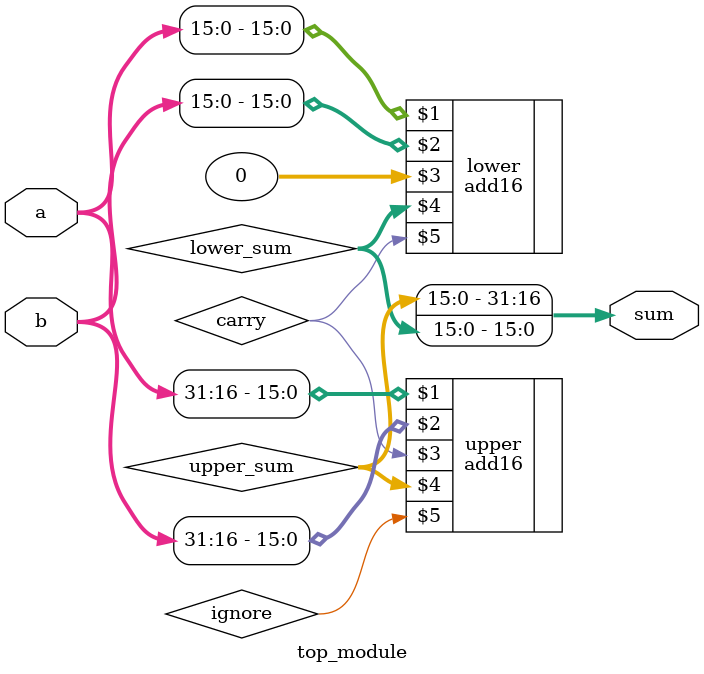
<source format=v>
module top_module(
    input [31:0] a,
    input [31:0] b,
    output [31:0] sum
);
    wire carry, ignore;
    wire [15:0] lower_sum, upper_sum;

    add16 lower(a[15:0], b[15:0], 0, lower_sum, carry);
    add16 upper(a[31:16], b[31:16], carry, upper_sum, ignore);

    assign sum = { upper_sum, lower_sum};
endmodule

</source>
